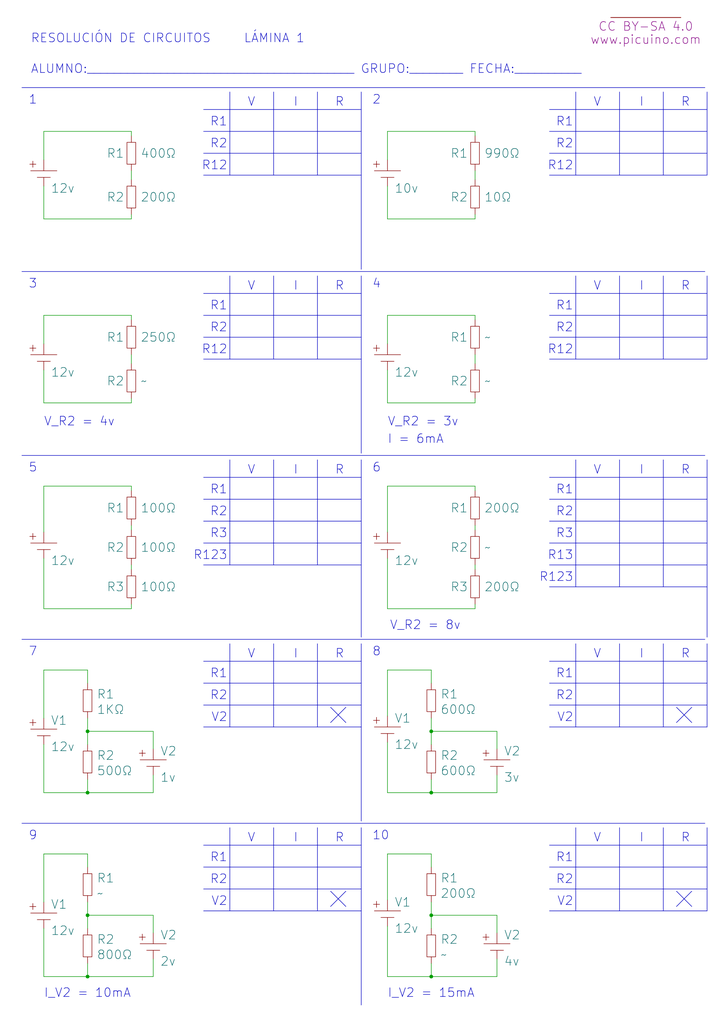
<source format=kicad_sch>
(kicad_sch (version 20230121) (generator eeschema)
  (paper "A4" portrait)
  (title_block (title "Circuitos eléctricos. Composición de resistencias en serie y paralelo") (date "8/05/2021") (company "www.picuino.com") (comment 1 "Copyright (c) 2021 by Carlos Pardo") (comment 2 "License CC BY-SA 4.0"))
  (lib_symbols
    (symbol "electric-resolver-circuitos-rescue:CopyRight-simbolos" (pin_names (offset 1.016))
      (property "License" "CC BY-SA 4.0" (at -1.27 -1.27 0))
      (property "Web" "www.picuino.com" (at 0 -1.27 0))
      (symbol "CopyRight-simbolos_0_1"
        (polyline (pts (xy -10.16 0) (xy 10.16 0)) (stroke (width 0.2032)))
      )
    )
    (symbol "electric-resolver-circuitos-rescue:Pila-simbolos" (pin_names (offset 1.016))
      (property "Reference" "V" (at 5.08 -4.445 0))
      (symbol "Pila-simbolos_0_1"
        (polyline (pts (xy -4.064 -1.27) (xy -2.286 -1.27)))
        (polyline (pts (xy -3.81 -3.175) (xy 3.81 -3.175)))
        (polyline (pts (xy -3.175 -0.381) (xy -3.175 -2.159)))
        (polyline (pts (xy -1.905 -5.08) (xy 1.905 -5.08)))
      )
      (symbol "Pila-simbolos_1_1"
        (pin input line (at 0 -7.62 90) (length 2.54) (name "") (number ""))
        (pin input line (at 0 0 270) (length 3.175) (name "") (number ""))
      )
    )
    (symbol "electric-resolver-circuitos-rescue:resistencia-simbolos" (pin_names (offset 1.016))
      (property "Reference" "R" (at 1.905 -5.08 0))
      (symbol "resistencia-simbolos_0_1"
        (rectangle (start -1.27 -1.905) (end 1.27 -8.255))
      )
      (symbol "resistencia-simbolos_1_1"
        (pin input line (at 0 -10.16 90) (length 1.905) (name "") (number ""))
        (pin input line (at 0 0 270) (length 1.905) (name "") (number ""))
      )
    )
  )
  (junction (at 125.095 212.09))
  (junction (at 25.4 229.87))
  (junction (at 125.095 283.21))
  (junction (at 25.4 265.43))
  (junction (at 25.4 283.21))
  (junction (at 125.095 265.43))
  (junction (at 125.095 229.87))
  (junction (at 25.4 212.09))
  (polyline (pts (xy 92.075 26.67) (xy 92.075 50.8)))
  (wire (pts (xy 112.395 176.53) (xy 137.795 176.53)))
  (wire (pts (xy 125.095 247.65) (xy 112.395 247.65)))
  (polyline (pts (xy 167.005 186.69) (xy 167.005 210.82)))
  (wire (pts (xy 125.095 279.4) (xy 125.095 283.21)))
  (polyline (pts (xy 192.405 157.48) (xy 192.405 163.83)))
  (polyline (pts (xy 159.385 257.81) (xy 205.105 257.81)))
  (polyline (pts (xy 59.055 264.16) (xy 104.775 264.16)))
  (wire (pts (xy 112.395 268.605) (xy 112.395 283.21)))
  (wire (pts (xy 12.7 99.695) (xy 12.7 91.44)))
  (wire (pts (xy 12.7 215.9) (xy 12.7 229.87)))
  (polyline (pts (xy 59.055 91.44) (xy 104.775 91.44)))
  (polyline (pts (xy 159.385 151.13) (xy 205.105 151.13)))
  (polyline (pts (xy 59.055 204.47) (xy 104.775 204.47)))
  (wire (pts (xy 25.4 279.4) (xy 25.4 283.21)))
  (polyline (pts (xy 205.105 26.67) (xy 205.105 50.8)))
  (polyline (pts (xy 196.215 258.445) (xy 200.66 262.89)))
  (polyline (pts (xy 104.775 104.14) (xy 104.775 131.445)))
  (wire (pts (xy 25.4 261.62) (xy 25.4 265.43)))
  (polyline (pts (xy 167.005 26.67) (xy 167.005 50.8)))
  (wire (pts (xy 12.7 38.1) (xy 38.1 38.1)))
  (polyline (pts (xy 167.005 133.35) (xy 167.005 157.48)))
  (wire (pts (xy 12.7 91.44) (xy 38.1 91.44)))
  (polyline (pts (xy 92.075 157.48) (xy 92.075 163.83)))
  (polyline (pts (xy 59.055 138.43) (xy 104.775 138.43)))
  (wire (pts (xy 38.1 152.4) (xy 38.1 153.67)))
  (polyline (pts (xy 167.005 163.83) (xy 167.005 170.18)))
  (polyline (pts (xy 59.055 257.81) (xy 104.775 257.81)))
  (polyline (pts (xy 66.675 133.35) (xy 66.675 157.48)))
  (wire (pts (xy 137.795 102.87) (xy 137.795 105.41)))
  (wire (pts (xy 137.795 152.4) (xy 137.795 153.67)))
  (wire (pts (xy 137.795 140.97) (xy 112.395 140.97)))
  (polyline (pts (xy 192.405 133.35) (xy 192.405 157.48)))
  (wire (pts (xy 12.7 53.975) (xy 12.7 63.5)))
  (wire (pts (xy 137.795 39.37) (xy 137.795 38.1)))
  (polyline (pts (xy 179.705 26.67) (xy 179.705 50.8)))
  (wire (pts (xy 137.795 49.53) (xy 137.795 52.07)))
  (wire (pts (xy 12.7 176.53) (xy 38.1 176.53)))
  (polyline (pts (xy 192.405 26.67) (xy 192.405 50.8)))
  (polyline (pts (xy 95.885 205.105) (xy 100.33 209.55)))
  (polyline (pts (xy 159.385 44.45) (xy 205.105 44.45)))
  (polyline (pts (xy 196.215 262.89) (xy 200.66 258.445)))
  (wire (pts (xy 112.395 46.355) (xy 112.395 38.1)))
  (wire (pts (xy 112.395 116.84) (xy 137.795 116.84)))
  (wire (pts (xy 112.395 194.31) (xy 112.395 207.645)))
  (polyline (pts (xy 167.005 240.03) (xy 167.005 264.16)))
  (wire (pts (xy 125.095 247.65) (xy 125.095 251.46)))
  (wire (pts (xy 38.1 102.87) (xy 38.1 105.41)))
  (wire (pts (xy 12.7 161.925) (xy 12.7 176.53)))
  (wire (pts (xy 25.4 194.31) (xy 12.7 194.31)))
  (polyline (pts (xy 159.385 85.09) (xy 205.105 85.09)))
  (wire (pts (xy 12.7 283.21) (xy 25.4 283.21)))
  (wire (pts (xy 38.1 165.1) (xy 38.1 163.83)))
  (polyline (pts (xy 6.35 238.76) (xy 204.47 238.76)))
  (polyline (pts (xy 95.885 258.445) (xy 100.33 262.89)))
  (polyline (pts (xy 104.775 50.8) (xy 104.775 78.105)))
  (polyline (pts (xy 6.35 78.74) (xy 204.47 78.74)))
  (polyline (pts (xy 179.705 157.48) (xy 179.705 163.83)))
  (polyline (pts (xy 159.385 198.12) (xy 205.105 198.12)))
  (polyline (pts (xy 159.385 138.43) (xy 205.105 138.43)))
  (wire (pts (xy 25.4 247.65) (xy 12.7 247.65)))
  (wire (pts (xy 12.7 63.5) (xy 38.1 63.5)))
  (polyline (pts (xy 192.405 186.69) (xy 192.405 210.82)))
  (wire (pts (xy 38.1 62.23) (xy 38.1 63.5)))
  (wire (pts (xy 125.095 229.87) (xy 144.145 229.87)))
  (wire (pts (xy 38.1 140.97) (xy 38.1 142.24)))
  (polyline (pts (xy 6.35 185.42) (xy 204.47 185.42)))
  (polyline (pts (xy 192.405 163.83) (xy 192.405 170.18)))
  (polyline (pts (xy 159.385 31.75) (xy 205.105 31.75)))
  (wire (pts (xy 125.095 283.21) (xy 144.145 283.21)))
  (wire (pts (xy 112.395 140.97) (xy 112.395 154.305)))
  (polyline (pts (xy 95.885 262.89) (xy 100.33 258.445)))
  (polyline (pts (xy 79.375 186.69) (xy 79.375 210.82)))
  (wire (pts (xy 112.395 107.315) (xy 112.395 116.84)))
  (polyline (pts (xy 159.385 157.48) (xy 205.105 157.48)))
  (polyline (pts (xy 159.385 170.18) (xy 205.105 170.18)))
  (polyline (pts (xy 179.705 186.69) (xy 179.705 210.82)))
  (wire (pts (xy 125.095 194.31) (xy 112.395 194.31)))
  (polyline (pts (xy 66.675 240.03) (xy 66.675 264.16)))
  (polyline (pts (xy 79.375 133.35) (xy 79.375 157.48)))
  (wire (pts (xy 125.095 208.28) (xy 125.095 212.09)))
  (polyline (pts (xy 59.055 163.83) (xy 104.775 163.83)))
  (polyline (pts (xy 79.375 26.67) (xy 79.375 50.8)))
  (polyline (pts (xy 196.215 209.55) (xy 200.66 205.105)))
  (wire (pts (xy 44.45 212.09) (xy 44.45 217.17)))
  (wire (pts (xy 12.7 46.355) (xy 12.7 38.1)))
  (polyline (pts (xy 59.055 38.1) (xy 104.775 38.1)))
  (polyline (pts (xy 59.055 157.48) (xy 104.775 157.48)))
  (polyline (pts (xy 104.775 240.03) (xy 104.775 264.16)))
  (wire (pts (xy 125.095 265.43) (xy 144.145 265.43)))
  (wire (pts (xy 44.45 278.13) (xy 44.45 283.21)))
  (polyline (pts (xy 79.375 157.48) (xy 79.375 163.83)))
  (polyline (pts (xy 192.405 240.03) (xy 192.405 264.16)))
  (wire (pts (xy 38.1 92.71) (xy 38.1 91.44)))
  (wire (pts (xy 25.4 269.24) (xy 25.4 265.43)))
  (polyline (pts (xy 159.385 210.82) (xy 205.105 210.82)))
  (polyline (pts (xy 92.075 80.01) (xy 92.075 104.14)))
  (polyline (pts (xy 59.055 44.45) (xy 104.775 44.45)))
  (wire (pts (xy 112.395 99.695) (xy 112.395 91.44)))
  (polyline (pts (xy 205.105 157.48) (xy 205.105 184.785)))
  (polyline (pts (xy 159.385 191.77) (xy 205.105 191.77)))
  (polyline (pts (xy 92.075 240.03) (xy 92.075 264.16)))
  (wire (pts (xy 112.395 283.21) (xy 125.095 283.21)))
  (wire (pts (xy 137.795 62.23) (xy 137.795 63.5)))
  (wire (pts (xy 137.795 176.53) (xy 137.795 175.26)))
  (wire (pts (xy 44.45 265.43) (xy 44.45 270.51)))
  (polyline (pts (xy 159.385 91.44) (xy 205.105 91.44)))
  (wire (pts (xy 125.095 212.09) (xy 144.145 212.09)))
  (polyline (pts (xy 59.055 210.82) (xy 104.775 210.82)))
  (wire (pts (xy 137.795 165.1) (xy 137.795 163.83)))
  (wire (pts (xy 12.7 229.87) (xy 25.4 229.87)))
  (wire (pts (xy 112.395 215.265) (xy 112.395 229.87)))
  (polyline (pts (xy 59.055 31.75) (xy 104.775 31.75)))
  (wire (pts (xy 12.7 194.31) (xy 12.7 208.28)))
  (polyline (pts (xy 159.385 245.11) (xy 205.105 245.11)))
  (polyline (pts (xy 196.215 205.105) (xy 200.66 209.55)))
  (polyline (pts (xy 205.105 186.69) (xy 205.105 210.82)))
  (wire (pts (xy 12.7 140.97) (xy 12.7 154.305)))
  (wire (pts (xy 25.4 247.65) (xy 25.4 251.46)))
  (wire (pts (xy 112.395 91.44) (xy 137.795 91.44)))
  (wire (pts (xy 125.095 194.31) (xy 125.095 198.12)))
  (polyline (pts (xy 92.075 133.35) (xy 92.075 157.48)))
  (wire (pts (xy 144.145 278.13) (xy 144.145 283.21)))
  (polyline (pts (xy 179.705 240.03) (xy 179.705 264.16)))
  (polyline (pts (xy 59.055 50.8) (xy 104.775 50.8)))
  (polyline (pts (xy 159.385 50.8) (xy 205.105 50.8)))
  (polyline (pts (xy 59.055 85.09) (xy 104.775 85.09)))
  (polyline (pts (xy 95.885 209.55) (xy 100.33 205.105)))
  (wire (pts (xy 112.395 63.5) (xy 137.795 63.5)))
  (polyline (pts (xy 59.055 144.78) (xy 104.775 144.78)))
  (polyline (pts (xy 167.005 157.48) (xy 167.005 163.83)))
  (wire (pts (xy 12.7 107.315) (xy 12.7 116.84)))
  (wire (pts (xy 112.395 161.925) (xy 112.395 176.53)))
  (polyline (pts (xy 159.385 163.83) (xy 205.105 163.83)))
  (wire (pts (xy 12.7 247.65) (xy 12.7 261.62)))
  (polyline (pts (xy 205.105 240.03) (xy 205.105 264.16)))
  (polyline (pts (xy 66.675 80.01) (xy 66.675 104.14)))
  (wire (pts (xy 25.4 215.9) (xy 25.4 212.09)))
  (wire (pts (xy 38.1 140.97) (xy 12.7 140.97)))
  (wire (pts (xy 12.7 269.24) (xy 12.7 283.21)))
  (wire (pts (xy 25.4 283.21) (xy 44.45 283.21)))
  (polyline (pts (xy 159.385 251.46) (xy 205.105 251.46)))
  (polyline (pts (xy 66.675 186.69) (xy 66.675 210.82)))
  (polyline (pts (xy 59.055 198.12) (xy 104.775 198.12)))
  (polyline (pts (xy 79.375 240.03) (xy 79.375 264.16)))
  (polyline (pts (xy 104.775 264.16) (xy 104.775 291.465)))
  (wire (pts (xy 112.395 53.975) (xy 112.395 63.5)))
  (polyline (pts (xy 79.375 80.01) (xy 79.375 104.14)))
  (wire (pts (xy 125.095 269.24) (xy 125.095 265.43)))
  (polyline (pts (xy 59.055 97.79) (xy 104.775 97.79)))
  (polyline (pts (xy 159.385 38.1) (xy 205.105 38.1)))
  (polyline (pts (xy 159.385 144.78) (xy 205.105 144.78)))
  (polyline (pts (xy 6.35 25.4) (xy 204.47 25.4)))
  (polyline (pts (xy 59.055 251.46) (xy 104.775 251.46)))
  (wire (pts (xy 137.795 140.97) (xy 137.795 142.24)))
  (wire (pts (xy 125.095 215.9) (xy 125.095 212.09)))
  (polyline (pts (xy 59.055 151.13) (xy 104.775 151.13)))
  (wire (pts (xy 38.1 115.57) (xy 38.1 116.84)))
  (polyline (pts (xy 205.105 133.35) (xy 205.105 157.48)))
  (polyline (pts (xy 179.705 80.01) (xy 179.705 104.14)))
  (polyline (pts (xy 179.705 163.83) (xy 179.705 170.18)))
  (polyline (pts (xy 167.005 80.01) (xy 167.005 104.14)))
  (polyline (pts (xy 104.775 186.69) (xy 104.775 210.82)))
  (wire (pts (xy 25.4 229.87) (xy 44.45 229.87)))
  (wire (pts (xy 137.795 92.71) (xy 137.795 91.44)))
  (wire (pts (xy 25.4 265.43) (xy 44.45 265.43)))
  (polyline (pts (xy 59.055 245.11) (xy 104.775 245.11)))
  (polyline (pts (xy 159.385 264.16) (xy 205.105 264.16)))
  (polyline (pts (xy 59.055 191.77) (xy 104.775 191.77)))
  (wire (pts (xy 25.4 208.28) (xy 25.4 212.09)))
  (wire (pts (xy 144.145 270.51) (xy 144.145 265.43)))
  (wire (pts (xy 38.1 39.37) (xy 38.1 38.1)))
  (polyline (pts (xy 159.385 97.79) (xy 205.105 97.79)))
  (polyline (pts (xy 104.775 157.48) (xy 104.775 184.785)))
  (polyline (pts (xy 159.385 104.14) (xy 205.105 104.14)))
  (wire (pts (xy 112.395 229.87) (xy 125.095 229.87)))
  (polyline (pts (xy 104.775 26.67) (xy 104.775 50.8)))
  (polyline (pts (xy 59.055 104.14) (xy 104.775 104.14)))
  (wire (pts (xy 25.4 226.06) (xy 25.4 229.87)))
  (wire (pts (xy 125.095 226.06) (xy 125.095 229.87)))
  (polyline (pts (xy 104.775 210.82) (xy 104.775 238.125)))
  (wire (pts (xy 12.7 116.84) (xy 38.1 116.84)))
  (wire (pts (xy 25.4 212.09) (xy 44.45 212.09)))
  (polyline (pts (xy 205.105 80.01) (xy 205.105 104.14)))
  (wire (pts (xy 112.395 247.65) (xy 112.395 260.985)))
  (wire (pts (xy 112.395 38.1) (xy 137.795 38.1)))
  (wire (pts (xy 144.145 217.17) (xy 144.145 212.09)))
  (wire (pts (xy 144.145 224.79) (xy 144.145 229.87)))
  (polyline (pts (xy 159.385 204.47) (xy 205.105 204.47)))
  (polyline (pts (xy 104.775 80.01) (xy 104.775 104.14)))
  (wire (pts (xy 38.1 176.53) (xy 38.1 175.26)))
  (polyline (pts (xy 66.675 26.67) (xy 66.675 50.8)))
  (polyline (pts (xy 179.705 133.35) (xy 179.705 157.48)))
  (wire (pts (xy 25.4 194.31) (xy 25.4 198.12)))
  (polyline (pts (xy 92.075 186.69) (xy 92.075 210.82)))
  (polyline (pts (xy 6.35 132.08) (xy 204.47 132.08)))
  (polyline (pts (xy 66.675 157.48) (xy 66.675 163.83)))
  (wire (pts (xy 44.45 224.79) (xy 44.45 229.87)))
  (polyline (pts (xy 192.405 80.01) (xy 192.405 104.14)))
  (polyline (pts (xy 104.775 133.35) (xy 104.775 157.48)))
  (wire (pts (xy 125.095 261.62) (xy 125.095 265.43)))
  (wire (pts (xy 137.795 115.57) (xy 137.795 116.84)))
  (wire (pts (xy 38.1 49.53) (xy 38.1 52.07)))
  (text "R123" (at 166.37 168.91 0) (effects (font (size 2.54 2.54)) (justify right bottom)))
  (text "R12" (at 66.04 49.53 0) (effects (font (size 2.54 2.54)) (justify right bottom)))
  (text "R12" (at 166.37 102.87 0) (effects (font (size 2.54 2.54)) (justify right bottom)))
  (text "R" (at 97.155 137.795 0) (effects (font (size 2.54 2.54)) (justify left bottom)))
  (text "6" (at 107.95 137.16 0) (effects (font (size 2.54 2.54)) (justify left bottom)))
  (text "I" (at 185.42 31.115 0) (effects (font (size 2.54 2.54)) (justify left bottom)))
  (text "R3" (at 166.37 156.21 0) (effects (font (size 2.54 2.54)) (justify right bottom)))
  (text "R1" (at 66.04 90.17 0) (effects (font (size 2.54 2.54)) (justify right bottom)))
  (text "R1" (at 166.37 250.19 0) (effects (font (size 2.54 2.54)) (justify right bottom)))
  (text "4" (at 107.95 83.82 0) (effects (font (size 2.54 2.54)) (justify left bottom)))
  (text "V" (at 71.755 84.455 0) (effects (font (size 2.54 2.54)) (justify left bottom)))
  (text "R2" (at 166.37 43.18 0) (effects (font (size 2.54 2.54)) (justify right bottom)))
  (text "8" (at 107.95 190.5 0) (effects (font (size 2.54 2.54)) (justify left bottom)))
  (text "1" (at 8.255 30.48 0) (effects (font (size 2.54 2.54)) (justify left bottom)))
  (text "I" (at 85.09 31.115 0) (effects (font (size 2.54 2.54)) (justify left bottom)))
  (text "R2" (at 166.37 203.2 0) (effects (font (size 2.54 2.54)) (justify right bottom)))
  (text "V_R2 = 3v" (at 112.395 123.825 0) (effects (font (size 2.54 2.54)) (justify left bottom)))
  (text "V" (at 172.085 84.455 0) (effects (font (size 2.54 2.54)) (justify left bottom)))
  (text "R2" (at 66.04 96.52 0) (effects (font (size 2.54 2.54)) (justify right bottom)))
  (text "V" (at 172.085 191.135 0) (effects (font (size 2.54 2.54)) (justify left bottom)))
  (text "V" (at 71.755 137.795 0) (effects (font (size 2.54 2.54)) (justify left bottom)))
  (text "R2" (at 66.04 256.54 0) (effects (font (size 2.54 2.54)) (justify right bottom)))
  (text "I" (at 85.09 191.135 0) (effects (font (size 2.54 2.54)) (justify left bottom)))
  (text "R2" (at 166.37 149.86 0) (effects (font (size 2.54 2.54)) (justify right bottom)))
  (text "V2" (at 66.04 209.55 0) (effects (font (size 2.54 2.54)) (justify right bottom)))
  (text "I" (at 85.09 244.475 0) (effects (font (size 2.54 2.54)) (justify left bottom)))
  (text "R3" (at 66.04 156.21 0) (effects (font (size 2.54 2.54)) (justify right bottom)))
  (text "I" (at 185.42 244.475 0) (effects (font (size 2.54 2.54)) (justify left bottom)))
  (text "V" (at 71.755 31.115 0) (effects (font (size 2.54 2.54)) (justify left bottom)))
  (text "I = 6mA" (at 112.395 128.905 0) (effects (font (size 2.54 2.54)) (justify left bottom)))
  (text "R" (at 197.485 31.115 0) (effects (font (size 2.54 2.54)) (justify left bottom)))
  (text "R" (at 197.485 191.135 0) (effects (font (size 2.54 2.54)) (justify left bottom)))
  (text "V" (at 71.755 191.135 0) (effects (font (size 2.54 2.54)) (justify left bottom)))
  (text "5" (at 8.255 137.16 0) (effects (font (size 2.54 2.54)) (justify left bottom)))
  (text "V2" (at 66.04 262.89 0) (effects (font (size 2.54 2.54)) (justify right bottom)))
  (text "3" (at 8.255 83.82 0) (effects (font (size 2.54 2.54)) (justify left bottom)))
  (text "R1" (at 66.04 36.83 0) (effects (font (size 2.54 2.54)) (justify right bottom)))
  (text "R123" (at 66.04 162.56 0) (effects (font (size 2.54 2.54)) (justify right bottom)))
  (text "I" (at 85.09 84.455 0) (effects (font (size 2.54 2.54)) (justify left bottom)))
  (text "V2" (at 166.37 209.55 0) (effects (font (size 2.54 2.54)) (justify right bottom)))
  (text "R12" (at 66.04 102.87 0) (effects (font (size 2.54 2.54)) (justify right bottom)))
  (text "V" (at 172.085 137.795 0) (effects (font (size 2.54 2.54)) (justify left bottom)))
  (text "R1" (at 66.04 196.85 0) (effects (font (size 2.54 2.54)) (justify right bottom)))
  (text "I" (at 185.42 84.455 0) (effects (font (size 2.54 2.54)) (justify left bottom)))
  (text "V" (at 172.085 31.115 0) (effects (font (size 2.54 2.54)) (justify left bottom)))
  (text "R" (at 197.485 84.455 0) (effects (font (size 2.54 2.54)) (justify left bottom)))
  (text "V" (at 172.085 244.475 0) (effects (font (size 2.54 2.54)) (justify left bottom)))
  (text "R13" (at 166.37 162.56 0) (effects (font (size 2.54 2.54)) (justify right bottom)))
  (text "R" (at 97.155 31.115 0) (effects (font (size 2.54 2.54)) (justify left bottom)))
  (text "I_V2 = 10mA" (at 12.7 289.56 0) (effects (font (size 2.54 2.54)) (justify left bottom)))
  (text "R1" (at 66.04 143.51 0) (effects (font (size 2.54 2.54)) (justify right bottom)))
  (text "R1" (at 166.37 90.17 0) (effects (font (size 2.54 2.54)) (justify right bottom)))
  (text "V2" (at 166.37 262.89 0) (effects (font (size 2.54 2.54)) (justify right bottom)))
  (text "R1" (at 166.37 36.83 0) (effects (font (size 2.54 2.54)) (justify right bottom)))
  (text "V" (at 71.755 244.475 0) (effects (font (size 2.54 2.54)) (justify left bottom)))
  (text "ALUMNO:________________________________________ GRUPO:________ FECHA:__________" (at 8.89 21.59 0) (effects (font (size 2.54 2.54)) (justify left bottom)))
  (text "R1" (at 166.37 196.85 0) (effects (font (size 2.54 2.54)) (justify right bottom)))
  (text "R" (at 97.155 84.455 0) (effects (font (size 2.54 2.54)) (justify left bottom)))
  (text "9" (at 8.255 243.84 0) (effects (font (size 2.54 2.54)) (justify left bottom)))
  (text "10" (at 107.95 243.84 0) (effects (font (size 2.54 2.54)) (justify left bottom)))
  (text "I" (at 85.09 137.795 0) (effects (font (size 2.54 2.54)) (justify left bottom)))
  (text "I" (at 185.42 191.135 0) (effects (font (size 2.54 2.54)) (justify left bottom)))
  (text "V_R2 = 4v" (at 12.7 123.825 0) (effects (font (size 2.54 2.54)) (justify left bottom)))
  (text "R2" (at 66.04 203.2 0) (effects (font (size 2.54 2.54)) (justify right bottom)))
  (text "R2" (at 166.37 256.54 0) (effects (font (size 2.54 2.54)) (justify right bottom)))
  (text "R" (at 197.485 137.795 0) (effects (font (size 2.54 2.54)) (justify left bottom)))
  (text "2" (at 107.95 30.48 0) (effects (font (size 2.54 2.54)) (justify left bottom)))
  (text "R" (at 97.155 244.475 0) (effects (font (size 2.54 2.54)) (justify left bottom)))
  (text "R" (at 97.155 191.135 0) (effects (font (size 2.54 2.54)) (justify left bottom)))
  (text "RESOLUCIÓN DE CIRCUITOS     LÁMINA 1" (at 8.89 12.7 0) (effects (font (size 2.54 2.54)) (justify left bottom)))
  (text "R2" (at 66.04 43.18 0) (effects (font (size 2.54 2.54)) (justify right bottom)))
  (text "R" (at 197.485 244.475 0) (effects (font (size 2.54 2.54)) (justify left bottom)))
  (text "R2" (at 166.37 96.52 0) (effects (font (size 2.54 2.54)) (justify right bottom)))
  (text "I" (at 185.42 137.795 0) (effects (font (size 2.54 2.54)) (justify left bottom)))
  (text "V_R2 = 8v" (at 113.03 182.88 0) (effects (font (size 2.54 2.54)) (justify left bottom)))
  (text "I_V2 = 15mA" (at 112.395 289.56 0) (effects (font (size 2.54 2.54)) (justify left bottom)))
  (text "R1" (at 166.37 143.51 0) (effects (font (size 2.54 2.54)) (justify right bottom)))
  (text "R2" (at 66.04 149.86 0) (effects (font (size 2.54 2.54)) (justify right bottom)))
  (text "R1" (at 66.04 250.19 0) (effects (font (size 2.54 2.54)) (justify right bottom)))
  (text "7" (at 8.255 190.5 0) (effects (font (size 2.54 2.54)) (justify left bottom)))
  (text "R12" (at 166.37 49.53 0) (effects (font (size 2.54 2.54)) (justify right bottom)))
  (symbol (lib_id "electric-resolver-circuitos-rescue:Pila-simbolos") (at 12.7 46.355 0) (unit 1)
    (property "Reference" "V" (effects hide))
    (property "Value" "12v" (at 14.605 54.61 0) (effects (font (size 2.54 2.54)) (justify left)))
  )
  (symbol (lib_id "electric-resolver-circuitos-rescue:resistencia-simbolos") (at 38.1 39.37 0) (unit 1)
    (property "Reference" "R1" (at 36.195 44.45 0) (effects (font (size 2.54 2.54)) (justify right)))
    (property "Value" "400Ω" (at 40.64 44.45 0) (effects (font (size 2.54 2.54)) (justify left)))
  )
  (symbol (lib_id "electric-resolver-circuitos-rescue:resistencia-simbolos") (at 38.1 52.07 0) (unit 1)
    (property "Reference" "R2" (at 36.195 57.15 0) (effects (font (size 2.54 2.54)) (justify right)))
    (property "Value" "200Ω" (at 40.64 57.15 0) (effects (font (size 2.54 2.54)) (justify left)))
  )
  (symbol (lib_id "electric-resolver-circuitos-rescue:CopyRight-simbolos") (at 187.325 5.08 0) (unit 1)
    (property "Reference" "CP?" (effects hide))
    (property "Value" "CopyRight" (effects hide))
    (property "License" "CC BY-SA 4.0" (at 187.325 7.62 0) (effects (font (size 2.54 2.54))))
    (property "Web" "www.picuino.com" (at 187.325 11.43 0) (effects (font (size 2.54 2.54))))
  )
  (symbol (lib_id "electric-resolver-circuitos-rescue:resistencia-simbolos") (at 125.095 215.9 0) (unit 1)
    (property "Reference" "R2" (at 127.635 219.075 0) (effects (font (size 2.54 2.54)) (justify left)))
    (property "Value" "600Ω" (at 127.635 223.52 0) (effects (font (size 2.54 2.54)) (justify left)))
  )
  (symbol (lib_id "electric-resolver-circuitos-rescue:Pila-simbolos") (at 12.7 99.695 0) (unit 1)
    (property "Reference" "V4" (effects hide))
    (property "Value" "12v" (at 14.605 107.95 0) (effects (font (size 2.54 2.54)) (justify left)))
  )
  (symbol (lib_id "electric-resolver-circuitos-rescue:resistencia-simbolos") (at 137.795 165.1 0) (unit 1)
    (property "Reference" "R3" (at 135.89 170.18 0) (effects (font (size 2.54 2.54)) (justify right)))
    (property "Value" "200Ω" (at 140.335 170.18 0) (effects (font (size 2.54 2.54)) (justify left)))
  )
  (symbol (lib_id "electric-resolver-circuitos-rescue:Pila-simbolos") (at 144.145 270.51 0) (unit 1)
    (property "Reference" "V2" (at 146.05 271.145 0) (effects (font (size 2.54 2.54)) (justify left)))
    (property "Value" "4v" (at 146.05 278.765 0) (effects (font (size 2.54 2.54)) (justify left)))
  )
  (symbol (lib_id "electric-resolver-circuitos-rescue:resistencia-simbolos") (at 38.1 142.24 0) (unit 1)
    (property "Reference" "R1" (at 36.195 147.32 0) (effects (font (size 2.54 2.54)) (justify right)))
    (property "Value" "100Ω" (at 40.64 147.32 0) (effects (font (size 2.54 2.54)) (justify left)))
  )
  (symbol (lib_id "electric-resolver-circuitos-rescue:resistencia-simbolos") (at 38.1 92.71 0) (unit 1)
    (property "Reference" "R1" (at 36.195 97.79 0) (effects (font (size 2.54 2.54)) (justify right)))
    (property "Value" "250Ω" (at 40.64 97.79 0) (effects (font (size 2.54 2.54)) (justify left)))
  )
  (symbol (lib_id "electric-resolver-circuitos-rescue:resistencia-simbolos") (at 137.795 39.37 0) (unit 1)
    (property "Reference" "R1" (at 135.89 44.45 0) (effects (font (size 2.54 2.54)) (justify right)))
    (property "Value" "990Ω" (at 140.335 44.45 0) (effects (font (size 2.54 2.54)) (justify left)))
  )
  (symbol (lib_id "electric-resolver-circuitos-rescue:Pila-simbolos") (at 112.395 99.695 0) (unit 1)
    (property "Reference" "V5" (effects hide))
    (property "Value" "12v" (at 114.3 107.95 0) (effects (font (size 2.54 2.54)) (justify left)))
  )
  (symbol (lib_id "electric-resolver-circuitos-rescue:Pila-simbolos") (at 44.45 270.51 0) (unit 1)
    (property "Reference" "V2" (at 46.355 271.145 0) (effects (font (size 2.54 2.54)) (justify left)))
    (property "Value" "2v" (at 46.355 278.765 0) (effects (font (size 2.54 2.54)) (justify left)))
  )
  (symbol (lib_id "electric-resolver-circuitos-rescue:resistencia-simbolos") (at 25.4 215.9 0) (unit 1)
    (property "Reference" "R2" (at 27.94 219.075 0) (effects (font (size 2.54 2.54)) (justify left)))
    (property "Value" "500Ω" (at 27.94 223.52 0) (effects (font (size 2.54 2.54)) (justify left)))
  )
  (symbol (lib_id "electric-resolver-circuitos-rescue:resistencia-simbolos") (at 38.1 153.67 0) (unit 1)
    (property "Reference" "R2" (at 36.195 158.75 0) (effects (font (size 2.54 2.54)) (justify right)))
    (property "Value" "100Ω" (at 40.64 158.75 0) (effects (font (size 2.54 2.54)) (justify left)))
  )
  (symbol (lib_id "electric-resolver-circuitos-rescue:resistencia-simbolos") (at 38.1 105.41 0) (unit 1)
    (property "Reference" "R2" (at 36.195 110.49 0) (effects (font (size 2.54 2.54)) (justify right)))
    (property "Value" "~" (at 40.64 110.49 0) (effects (font (size 2.54 2.54)) (justify left)))
  )
  (symbol (lib_id "electric-resolver-circuitos-rescue:resistencia-simbolos") (at 25.4 269.24 0) (unit 1)
    (property "Reference" "R2" (at 27.94 272.415 0) (effects (font (size 2.54 2.54)) (justify left)))
    (property "Value" "800Ω" (at 27.94 276.86 0) (effects (font (size 2.54 2.54)) (justify left)))
  )
  (symbol (lib_id "electric-resolver-circuitos-rescue:resistencia-simbolos") (at 137.795 52.07 0) (unit 1)
    (property "Reference" "R2" (at 135.89 57.15 0) (effects (font (size 2.54 2.54)) (justify right)))
    (property "Value" "10Ω" (at 140.335 57.15 0) (effects (font (size 2.54 2.54)) (justify left)))
  )
  (symbol (lib_id "electric-resolver-circuitos-rescue:resistencia-simbolos") (at 137.795 105.41 0) (unit 1)
    (property "Reference" "R2" (at 135.89 110.49 0) (effects (font (size 2.54 2.54)) (justify right)))
    (property "Value" "~" (at 140.335 110.49 0) (effects (font (size 2.54 2.54)) (justify left)))
  )
  (symbol (lib_id "electric-resolver-circuitos-rescue:resistencia-simbolos") (at 125.095 198.12 0) (unit 1)
    (property "Reference" "R1" (at 127.635 201.295 0) (effects (font (size 2.54 2.54)) (justify left)))
    (property "Value" "600Ω" (at 127.635 205.74 0) (effects (font (size 2.54 2.54)) (justify left)))
  )
  (symbol (lib_id "electric-resolver-circuitos-rescue:Pila-simbolos") (at 112.395 46.355 0) (unit 1)
    (property "Reference" "V2" (effects hide))
    (property "Value" "10v" (at 114.3 54.61 0) (effects (font (size 2.54 2.54)) (justify left)))
  )
  (symbol (lib_id "electric-resolver-circuitos-rescue:Pila-simbolos") (at 12.7 261.62 0) (unit 1)
    (property "Reference" "V1" (at 14.605 262.255 0) (effects (font (size 2.54 2.54)) (justify left)))
    (property "Value" "12v" (at 14.605 269.875 0) (effects (font (size 2.54 2.54)) (justify left)))
  )
  (symbol (lib_id "electric-resolver-circuitos-rescue:resistencia-simbolos") (at 38.1 165.1 0) (unit 1)
    (property "Reference" "R3" (at 36.195 170.18 0) (effects (font (size 2.54 2.54)) (justify right)))
    (property "Value" "100Ω" (at 40.64 170.18 0) (effects (font (size 2.54 2.54)) (justify left)))
  )
  (symbol (lib_id "electric-resolver-circuitos-rescue:Pila-simbolos") (at 112.395 154.305 0) (unit 1)
    (property "Reference" "V6" (effects hide))
    (property "Value" "12v" (at 114.3 162.56 0) (effects (font (size 2.54 2.54)) (justify left)))
  )
  (symbol (lib_id "electric-resolver-circuitos-rescue:Pila-simbolos") (at 144.145 217.17 0) (unit 1)
    (property "Reference" "V2" (at 146.05 217.805 0) (effects (font (size 2.54 2.54)) (justify left)))
    (property "Value" "3v" (at 146.05 225.425 0) (effects (font (size 2.54 2.54)) (justify left)))
  )
  (symbol (lib_id "electric-resolver-circuitos-rescue:resistencia-simbolos") (at 25.4 198.12 0) (unit 1)
    (property "Reference" "R1" (at 27.94 201.295 0) (effects (font (size 2.54 2.54)) (justify left)))
    (property "Value" "1KΩ" (at 27.94 205.74 0) (effects (font (size 2.54 2.54)) (justify left)))
  )
  (symbol (lib_id "electric-resolver-circuitos-rescue:resistencia-simbolos") (at 125.095 251.46 0) (unit 1)
    (property "Reference" "R1" (at 127.635 254.635 0) (effects (font (size 2.54 2.54)) (justify left)))
    (property "Value" "200Ω" (at 127.635 259.08 0) (effects (font (size 2.54 2.54)) (justify left)))
  )
  (symbol (lib_id "electric-resolver-circuitos-rescue:resistencia-simbolos") (at 137.795 153.67 0) (unit 1)
    (property "Reference" "R2" (at 135.89 158.75 0) (effects (font (size 2.54 2.54)) (justify right)))
    (property "Value" "~" (at 140.335 158.75 0) (effects (font (size 2.54 2.54)) (justify left)))
  )
  (symbol (lib_id "electric-resolver-circuitos-rescue:Pila-simbolos") (at 112.395 207.645 0) (unit 1)
    (property "Reference" "V1" (at 114.3 208.28 0) (effects (font (size 2.54 2.54)) (justify left)))
    (property "Value" "12v" (at 114.3 215.9 0) (effects (font (size 2.54 2.54)) (justify left)))
  )
  (symbol (lib_id "electric-resolver-circuitos-rescue:Pila-simbolos") (at 12.7 154.305 0) (unit 1)
    (property "Reference" "V3" (effects hide))
    (property "Value" "12v" (at 14.605 162.56 0) (effects (font (size 2.54 2.54)) (justify left)))
  )
  (symbol (lib_id "electric-resolver-circuitos-rescue:resistencia-simbolos") (at 125.095 269.24 0) (unit 1)
    (property "Reference" "R2" (at 127.635 272.415 0) (effects (font (size 2.54 2.54)) (justify left)))
    (property "Value" "~" (at 127.635 276.86 0) (effects (font (size 2.54 2.54)) (justify left)))
  )
  (symbol (lib_id "electric-resolver-circuitos-rescue:resistencia-simbolos") (at 25.4 251.46 0) (unit 1)
    (property "Reference" "R1" (at 27.94 254.635 0) (effects (font (size 2.54 2.54)) (justify left)))
    (property "Value" "~" (at 27.94 259.08 0) (effects (font (size 2.54 2.54)) (justify left)))
  )
  (symbol (lib_id "electric-resolver-circuitos-rescue:Pila-simbolos") (at 112.395 260.985 0) (unit 1)
    (property "Reference" "V1" (at 114.3 261.62 0) (effects (font (size 2.54 2.54)) (justify left)))
    (property "Value" "12v" (at 114.3 269.24 0) (effects (font (size 2.54 2.54)) (justify left)))
  )
  (symbol (lib_id "electric-resolver-circuitos-rescue:resistencia-simbolos") (at 137.795 92.71 0) (unit 1)
    (property "Reference" "R1" (at 135.89 97.79 0) (effects (font (size 2.54 2.54)) (justify right)))
    (property "Value" "~" (at 140.335 97.79 0) (effects (font (size 2.54 2.54)) (justify left)))
  )
  (symbol (lib_id "electric-resolver-circuitos-rescue:Pila-simbolos") (at 12.7 208.28 0) (unit 1)
    (property "Reference" "V1" (at 14.605 208.915 0) (effects (font (size 2.54 2.54)) (justify left)))
    (property "Value" "12v" (at 14.605 216.535 0) (effects (font (size 2.54 2.54)) (justify left)))
  )
  (symbol (lib_id "electric-resolver-circuitos-rescue:resistencia-simbolos") (at 137.795 142.24 0) (unit 1)
    (property "Reference" "R1" (at 135.89 147.32 0) (effects (font (size 2.54 2.54)) (justify right)))
    (property "Value" "200Ω" (at 140.335 147.32 0) (effects (font (size 2.54 2.54)) (justify left)))
  )
  (symbol (lib_id "electric-resolver-circuitos-rescue:Pila-simbolos") (at 44.45 217.17 0) (unit 1)
    (property "Reference" "V2" (at 46.355 217.805 0) (effects (font (size 2.54 2.54)) (justify left)))
    (property "Value" "1v" (at 46.355 225.425 0) (effects (font (size 2.54 2.54)) (justify left)))
  )
  (sheet (at 231.14 27.94) (size 53.34 33.02)
    (property "Sheetname" "electric-resolver-circuitos-2" (at 231.14 26.5934 0) (effects (font (size 2.54 2.54)) (justify left bottom)))
    (property "Sheetfile" "electric-resolver-circuitos-2.kicad_sch" (at 231.14 62.0526 0) (effects (font (size 2.54 2.54)) (justify left top)))
  )
)
</source>
